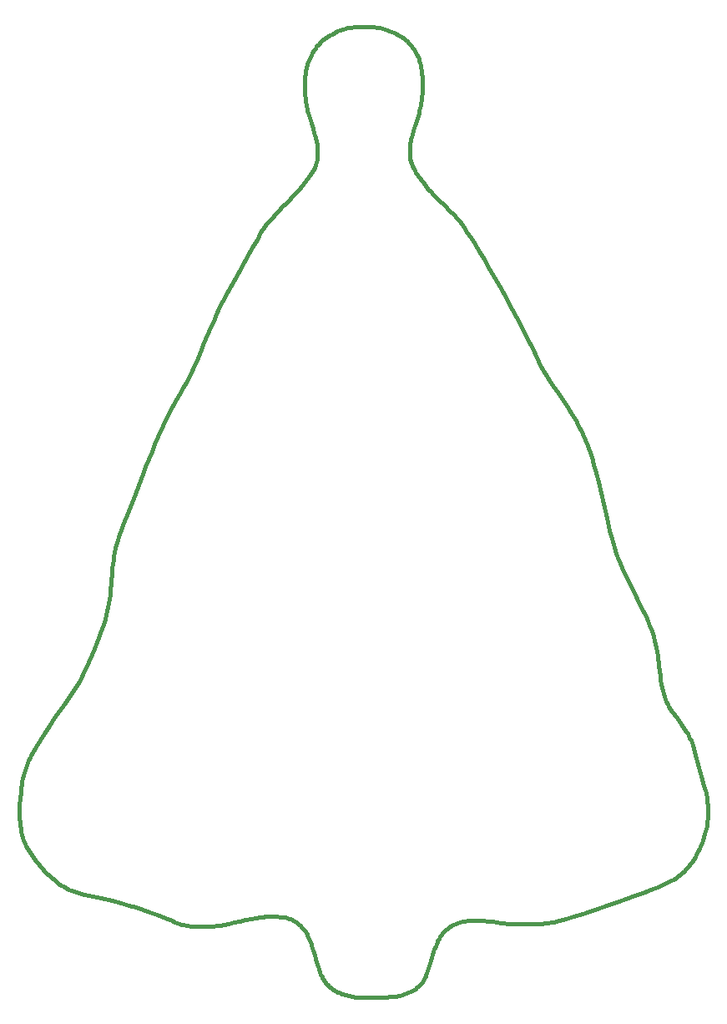
<source format=gbr>
G04 #@! TF.GenerationSoftware,KiCad,Pcbnew,8.0.7-8.0.7-0~ubuntu24.04.1*
G04 #@! TF.CreationDate,2025-01-03T20:46:55-06:00*
G04 #@! TF.ProjectId,christmas-tree,63687269-7374-46d6-9173-2d747265652e,rev?*
G04 #@! TF.SameCoordinates,Original*
G04 #@! TF.FileFunction,Profile,NP*
%FSLAX46Y46*%
G04 Gerber Fmt 4.6, Leading zero omitted, Abs format (unit mm)*
G04 Created by KiCad (PCBNEW 8.0.7-8.0.7-0~ubuntu24.04.1) date 2025-01-03 20:46:55*
%MOMM*%
%LPD*%
G01*
G04 APERTURE LIST*
G04 #@! TA.AperFunction,Profile*
%ADD10C,0.396874*%
G04 #@! TD*
G04 APERTURE END LIST*
D10*
X159731985Y-47540660D02*
X159989186Y-47549323D01*
X160240167Y-47563562D01*
X160481906Y-47583372D01*
X160711381Y-47608751D01*
X160925569Y-47639693D01*
X161121448Y-47676197D01*
X161295994Y-47718259D01*
X161809586Y-47875727D01*
X162052687Y-47962840D01*
X162286736Y-48055646D01*
X162511791Y-48154223D01*
X162727912Y-48258653D01*
X162935157Y-48369013D01*
X163133584Y-48485385D01*
X163323253Y-48607848D01*
X163504223Y-48736481D01*
X163676552Y-48871364D01*
X163840298Y-49012577D01*
X163995522Y-49160200D01*
X164142280Y-49314311D01*
X164280633Y-49474992D01*
X164410638Y-49642320D01*
X164532356Y-49816377D01*
X164645843Y-49997242D01*
X164751160Y-50184994D01*
X164848364Y-50379714D01*
X164937515Y-50581480D01*
X165018671Y-50790373D01*
X165091891Y-51006471D01*
X165157235Y-51229856D01*
X165214759Y-51460606D01*
X165264524Y-51698802D01*
X165306588Y-51944522D01*
X165341010Y-52197847D01*
X165387162Y-52727629D01*
X165403450Y-53288784D01*
X165397492Y-53820601D01*
X165388178Y-54068322D01*
X165373965Y-54307680D01*
X165354344Y-54541499D01*
X165328809Y-54772602D01*
X165296851Y-55003811D01*
X165257965Y-55237948D01*
X165211642Y-55477836D01*
X165157375Y-55726299D01*
X165094656Y-55986157D01*
X165022979Y-56260235D01*
X164850719Y-56862339D01*
X164636536Y-57555190D01*
X164482149Y-58047200D01*
X164362715Y-58445131D01*
X164273738Y-58771801D01*
X164239267Y-58915544D01*
X164210725Y-59050029D01*
X164187549Y-59178108D01*
X164169180Y-59302633D01*
X164155054Y-59426456D01*
X164144609Y-59552430D01*
X164132518Y-59822239D01*
X164128412Y-60134878D01*
X164128065Y-60459034D01*
X164129781Y-60594552D01*
X164133524Y-60715742D01*
X164139867Y-60825135D01*
X164149384Y-60925265D01*
X164162651Y-61018666D01*
X164180241Y-61107869D01*
X164202729Y-61195409D01*
X164230689Y-61283817D01*
X164264696Y-61375628D01*
X164305324Y-61473374D01*
X164353147Y-61579588D01*
X164408740Y-61696803D01*
X164545532Y-61974369D01*
X164640327Y-62156311D01*
X164745182Y-62341121D01*
X164860804Y-62529643D01*
X164987897Y-62722719D01*
X165127164Y-62921190D01*
X165279312Y-63125900D01*
X165445045Y-63337689D01*
X165625068Y-63557401D01*
X165820084Y-63785877D01*
X166030800Y-64023960D01*
X166257920Y-64272492D01*
X166502148Y-64532315D01*
X166764190Y-64804271D01*
X167044750Y-65089202D01*
X167664242Y-65701360D01*
X168140312Y-66171807D01*
X168599625Y-66638359D01*
X168989863Y-67047111D01*
X169142729Y-67212968D01*
X169258707Y-67344160D01*
X169318231Y-67420362D01*
X169400471Y-67535780D01*
X169627236Y-67874822D01*
X169927283Y-68342405D01*
X170288888Y-68919649D01*
X170700332Y-69587671D01*
X171149893Y-70327591D01*
X171625849Y-71120526D01*
X172116480Y-71947596D01*
X173342761Y-74052898D01*
X173855116Y-74956986D01*
X174319700Y-75797680D01*
X174751077Y-76601719D01*
X175163812Y-77395838D01*
X175572470Y-78206774D01*
X175991615Y-79061264D01*
X176535439Y-80178321D01*
X176979273Y-81074534D01*
X177353561Y-81803944D01*
X177688750Y-82420591D01*
X178015283Y-82978514D01*
X178363605Y-83531754D01*
X178764161Y-84134351D01*
X179247396Y-84840344D01*
X180186578Y-86230801D01*
X180585251Y-86853259D01*
X180943900Y-87445813D01*
X181267966Y-88022421D01*
X181562890Y-88597039D01*
X181834114Y-89183626D01*
X182087078Y-89796138D01*
X182327223Y-90448534D01*
X182559992Y-91154770D01*
X182790824Y-91928803D01*
X183025161Y-92784592D01*
X183268444Y-93736093D01*
X183526114Y-94797264D01*
X184106380Y-97304445D01*
X184404496Y-98569541D01*
X184692317Y-99707337D01*
X184941421Y-100609839D01*
X185042573Y-100939106D01*
X185123388Y-101169052D01*
X185217097Y-101391839D01*
X185358872Y-101709485D01*
X185758665Y-102570139D01*
X186266850Y-103632583D01*
X186827511Y-104778387D01*
X187519403Y-106186167D01*
X188054409Y-107312937D01*
X188270917Y-107794231D01*
X188457610Y-108233218D01*
X188617622Y-108639215D01*
X188754089Y-109021535D01*
X188870147Y-109389495D01*
X188968930Y-109752409D01*
X189053574Y-110119594D01*
X189127214Y-110500364D01*
X189192986Y-110904034D01*
X189254025Y-111339921D01*
X189374445Y-112345604D01*
X189494532Y-113336343D01*
X189554900Y-113763893D01*
X189617739Y-114152780D01*
X189684739Y-114507919D01*
X189757592Y-114834221D01*
X189837987Y-115136602D01*
X189927617Y-115419973D01*
X190028172Y-115689247D01*
X190141342Y-115949339D01*
X190268819Y-116205161D01*
X190412293Y-116461627D01*
X190573455Y-116723649D01*
X190753997Y-116996141D01*
X191179979Y-117592188D01*
X191648852Y-118232161D01*
X191842926Y-118504950D01*
X192014036Y-118754812D01*
X192165140Y-118988149D01*
X192299196Y-119211364D01*
X192419162Y-119430860D01*
X192527997Y-119653039D01*
X192628659Y-119884305D01*
X192724106Y-120131060D01*
X192817295Y-120399708D01*
X192911185Y-120696650D01*
X193008735Y-121028290D01*
X193112902Y-121401030D01*
X193352920Y-122295423D01*
X193769727Y-123835529D01*
X193953204Y-124493735D01*
X194087906Y-124960764D01*
X194145712Y-125174687D01*
X194196399Y-125404308D01*
X194239937Y-125647451D01*
X194276299Y-125901939D01*
X194305454Y-126165594D01*
X194327375Y-126436242D01*
X194342031Y-126711704D01*
X194349394Y-126989805D01*
X194349435Y-127268368D01*
X194342126Y-127545216D01*
X194327436Y-127818173D01*
X194305338Y-128085062D01*
X194275802Y-128343707D01*
X194238799Y-128591931D01*
X194194300Y-128827558D01*
X194142277Y-129048410D01*
X194055313Y-129360053D01*
X193958533Y-129670088D01*
X193852600Y-129977282D01*
X193738174Y-130280403D01*
X193615915Y-130578218D01*
X193486484Y-130869493D01*
X193350543Y-131152996D01*
X193208752Y-131427493D01*
X193061772Y-131691752D01*
X192910265Y-131944540D01*
X192754890Y-132184624D01*
X192596309Y-132410770D01*
X192435182Y-132621746D01*
X192272172Y-132816319D01*
X192107937Y-132993256D01*
X191943140Y-133151323D01*
X191742589Y-133326122D01*
X191538252Y-133492056D01*
X191325756Y-133651192D01*
X191100729Y-133805600D01*
X190858797Y-133957349D01*
X190595586Y-134108507D01*
X190306725Y-134261144D01*
X189987839Y-134417328D01*
X189634556Y-134579128D01*
X189242501Y-134748612D01*
X188807304Y-134927850D01*
X188324589Y-135118911D01*
X187789984Y-135323863D01*
X187199115Y-135544774D01*
X185831097Y-136042753D01*
X183604903Y-136821944D01*
X181629373Y-137470936D01*
X180757372Y-137739738D01*
X179974152Y-137967749D01*
X179288421Y-138152221D01*
X178708883Y-138290407D01*
X178444763Y-138341810D01*
X178157200Y-138386190D01*
X177847622Y-138423552D01*
X177517455Y-138453899D01*
X177168127Y-138477237D01*
X176801066Y-138493568D01*
X176019452Y-138505228D01*
X175184030Y-138488913D01*
X174306221Y-138444655D01*
X173397442Y-138372489D01*
X172469112Y-138272446D01*
X171974880Y-138213989D01*
X171557104Y-138169131D01*
X171203534Y-138137286D01*
X170901919Y-138117867D01*
X170640007Y-138110285D01*
X170405548Y-138113954D01*
X170186289Y-138128286D01*
X169969980Y-138152695D01*
X169712963Y-138193854D01*
X169463609Y-138247508D01*
X169222231Y-138313445D01*
X168989141Y-138391454D01*
X168764651Y-138481323D01*
X168549075Y-138582842D01*
X168342725Y-138695798D01*
X168145914Y-138819981D01*
X167958954Y-138955179D01*
X167782157Y-139101181D01*
X167615838Y-139257775D01*
X167460308Y-139424750D01*
X167315880Y-139601896D01*
X167182866Y-139789000D01*
X167061580Y-139985851D01*
X166952333Y-140192238D01*
X166884585Y-140342225D01*
X166805656Y-140536195D01*
X166718400Y-140766037D01*
X166625668Y-141023640D01*
X166530311Y-141300896D01*
X166435182Y-141589695D01*
X166343132Y-141881926D01*
X166257013Y-142169479D01*
X166172832Y-142452714D01*
X166086331Y-142732565D01*
X165916221Y-143253152D01*
X165837538Y-143479403D01*
X165766386Y-143673304D01*
X165705230Y-143827612D01*
X165656530Y-143935085D01*
X165566207Y-144100598D01*
X165467878Y-144258534D01*
X165361300Y-144409070D01*
X165246231Y-144552382D01*
X165122426Y-144688644D01*
X164989644Y-144818033D01*
X164847642Y-144940724D01*
X164696175Y-145056892D01*
X164535002Y-145166714D01*
X164363879Y-145270365D01*
X164182563Y-145368021D01*
X163990811Y-145459857D01*
X163788380Y-145546048D01*
X163575028Y-145626771D01*
X163350511Y-145702201D01*
X163114586Y-145772514D01*
X162961501Y-145807104D01*
X162762064Y-145839013D01*
X162248877Y-145894073D01*
X161624519Y-145936262D01*
X160938486Y-145964148D01*
X160240271Y-145976301D01*
X159579369Y-145971288D01*
X159005275Y-145947679D01*
X158766247Y-145928453D01*
X158567482Y-145904041D01*
X158567476Y-145904041D01*
X158390367Y-145874803D01*
X158214900Y-145841702D01*
X158041605Y-145804927D01*
X157871014Y-145764665D01*
X157703660Y-145721105D01*
X157540073Y-145674433D01*
X157380786Y-145624838D01*
X157226330Y-145572507D01*
X157077237Y-145517628D01*
X156934039Y-145460389D01*
X156797267Y-145400978D01*
X156667454Y-145339582D01*
X156545129Y-145276388D01*
X156430827Y-145211586D01*
X156325077Y-145145362D01*
X156228413Y-145077904D01*
X156073119Y-144957381D01*
X155999517Y-144895565D01*
X155928401Y-144832284D01*
X155859613Y-144767217D01*
X155792996Y-144700044D01*
X155728393Y-144630443D01*
X155665647Y-144558094D01*
X155604599Y-144482676D01*
X155545092Y-144403868D01*
X155486969Y-144321350D01*
X155430072Y-144234799D01*
X155374245Y-144143896D01*
X155319329Y-144048319D01*
X155265166Y-143947748D01*
X155211600Y-143841862D01*
X155158473Y-143730339D01*
X155105628Y-143612860D01*
X155000152Y-143358746D01*
X154893913Y-143076954D01*
X154785650Y-142764917D01*
X154674105Y-142420067D01*
X154558016Y-142039837D01*
X154436126Y-141621661D01*
X154307173Y-141162971D01*
X154241856Y-140934021D01*
X154176321Y-140718422D01*
X154110175Y-140515424D01*
X154043027Y-140324271D01*
X153974487Y-140144213D01*
X153904161Y-139974495D01*
X153831661Y-139814365D01*
X153756593Y-139663071D01*
X153678566Y-139519858D01*
X153597189Y-139383975D01*
X153512071Y-139254669D01*
X153422821Y-139131186D01*
X153329047Y-139012774D01*
X153230357Y-138898680D01*
X153126360Y-138788150D01*
X153016665Y-138680433D01*
X152872802Y-138549143D01*
X152730800Y-138429753D01*
X152589223Y-138321797D01*
X152446636Y-138224810D01*
X152301601Y-138138329D01*
X152152682Y-138061887D01*
X151998443Y-137995020D01*
X151837448Y-137937263D01*
X151668260Y-137888151D01*
X151489442Y-137847220D01*
X151299559Y-137814003D01*
X151097174Y-137788037D01*
X150880850Y-137768857D01*
X150649151Y-137755997D01*
X150400642Y-137748993D01*
X150133884Y-137747379D01*
X149766455Y-137751715D01*
X149437193Y-137764503D01*
X149279044Y-137775202D01*
X149121038Y-137789378D01*
X148960044Y-137807484D01*
X148792927Y-137829975D01*
X148616556Y-137857306D01*
X148427796Y-137889930D01*
X148000585Y-137972878D01*
X147486229Y-138082453D01*
X146859667Y-138222292D01*
X146244762Y-138359217D01*
X145728825Y-138468443D01*
X145288204Y-138553494D01*
X144899247Y-138617889D01*
X144538301Y-138665152D01*
X144181715Y-138698804D01*
X143805836Y-138722368D01*
X143387012Y-138739364D01*
X142803029Y-138751765D01*
X142542566Y-138750407D01*
X142298324Y-138743048D01*
X142066706Y-138728964D01*
X141844115Y-138707435D01*
X141626952Y-138677739D01*
X141411620Y-138639153D01*
X141194522Y-138590955D01*
X140972059Y-138532424D01*
X140740634Y-138462837D01*
X140496649Y-138381473D01*
X140236507Y-138287609D01*
X139956610Y-138180524D01*
X139323160Y-137923801D01*
X138500105Y-137587828D01*
X137754680Y-137298526D01*
X137049526Y-137044199D01*
X136347281Y-136813148D01*
X135610588Y-136593677D01*
X134802085Y-136374090D01*
X133884414Y-136142689D01*
X132820215Y-135887777D01*
X131124213Y-135482151D01*
X130555132Y-135335955D01*
X130122596Y-135212252D01*
X129789553Y-135099605D01*
X129518953Y-134986574D01*
X129273744Y-134861721D01*
X129016876Y-134713608D01*
X128772035Y-134561301D01*
X128526326Y-134395298D01*
X128280618Y-134216483D01*
X128035785Y-134025739D01*
X127792697Y-133823952D01*
X127552226Y-133612004D01*
X127315243Y-133390781D01*
X127082619Y-133161166D01*
X126855226Y-132924043D01*
X126633936Y-132680298D01*
X126419620Y-132430813D01*
X126213148Y-132176473D01*
X126015394Y-131918163D01*
X125827227Y-131656766D01*
X125649521Y-131393166D01*
X125483145Y-131128248D01*
X125332873Y-130866559D01*
X125195755Y-130599829D01*
X125071638Y-130327187D01*
X124960373Y-130047759D01*
X124861810Y-129760672D01*
X124775797Y-129465052D01*
X124702184Y-129160027D01*
X124640821Y-128844723D01*
X124591557Y-128518268D01*
X124554242Y-128179788D01*
X124528725Y-127828409D01*
X124514855Y-127463260D01*
X124512483Y-127083466D01*
X124521457Y-126688154D01*
X124541627Y-126276452D01*
X124572843Y-125847486D01*
X124649111Y-125056594D01*
X124692383Y-124697109D01*
X124739912Y-124358551D01*
X124792323Y-124038632D01*
X124850238Y-123735066D01*
X124914283Y-123445567D01*
X124985080Y-123167848D01*
X125063254Y-122899622D01*
X125149429Y-122638604D01*
X125244228Y-122382506D01*
X125348276Y-122129042D01*
X125462196Y-121875925D01*
X125586613Y-121620870D01*
X125722150Y-121361589D01*
X125869431Y-121095796D01*
X126187656Y-120557034D01*
X126594640Y-119900046D01*
X127064243Y-119164424D01*
X127570325Y-118389762D01*
X128086748Y-117615654D01*
X128587372Y-116881691D01*
X129046056Y-116227468D01*
X129436662Y-115692577D01*
X129605093Y-115463875D01*
X129770816Y-115228630D01*
X129934277Y-114986001D01*
X130095926Y-114735151D01*
X130256208Y-114475238D01*
X130415573Y-114205425D01*
X130574467Y-113924870D01*
X130733339Y-113632737D01*
X131052803Y-113010371D01*
X131377547Y-112331614D01*
X131711150Y-111589749D01*
X132057195Y-110778061D01*
X132476829Y-109740937D01*
X132825010Y-108809269D01*
X132974562Y-108374091D01*
X133108959Y-107954609D01*
X133229102Y-107547266D01*
X133335896Y-107148508D01*
X133430241Y-106754777D01*
X133513041Y-106362518D01*
X133585198Y-105968175D01*
X133647615Y-105568192D01*
X133701194Y-105159013D01*
X133746838Y-104737082D01*
X133817931Y-103840738D01*
X133890823Y-102862732D01*
X133934068Y-102417377D01*
X133983478Y-101994296D01*
X134040274Y-101588367D01*
X134105681Y-101194473D01*
X134180922Y-100807493D01*
X134267220Y-100422307D01*
X134365799Y-100033797D01*
X134477882Y-99636842D01*
X134604692Y-99226322D01*
X134747452Y-98797120D01*
X135085718Y-97862185D01*
X135502467Y-96791080D01*
X136161375Y-95103142D01*
X136937888Y-93072374D01*
X137382605Y-91929673D01*
X137852897Y-90783830D01*
X138342111Y-89649210D01*
X138843598Y-88540176D01*
X139350707Y-87471089D01*
X139856786Y-86456313D01*
X140355186Y-85510211D01*
X140839256Y-84647145D01*
X141139709Y-84121465D01*
X141414531Y-83619170D01*
X141676522Y-83113305D01*
X141938482Y-82576915D01*
X142213210Y-81983043D01*
X142513506Y-81304736D01*
X142852169Y-80515037D01*
X143241998Y-79586991D01*
X143916077Y-78002406D01*
X144219008Y-77316774D01*
X144503607Y-76692756D01*
X144773180Y-76123232D01*
X145031033Y-75601083D01*
X145280472Y-75119188D01*
X145524802Y-74670429D01*
X146520509Y-72873021D01*
X147629574Y-70850509D01*
X148127595Y-69948160D01*
X148604063Y-69104878D01*
X149004947Y-68415076D01*
X149160162Y-68157233D01*
X149276218Y-67973165D01*
X149332340Y-67892537D01*
X149405635Y-67794872D01*
X149599043Y-67553735D01*
X149847035Y-67260355D01*
X150140205Y-66925333D01*
X150469145Y-66559270D01*
X150824449Y-66172767D01*
X151196710Y-65776425D01*
X151576521Y-65380846D01*
X152465340Y-64448586D01*
X152842906Y-64036404D01*
X153178830Y-63655465D01*
X153475299Y-63302227D01*
X153734503Y-62973146D01*
X153958631Y-62664681D01*
X154149873Y-62373289D01*
X154310417Y-62095428D01*
X154442453Y-61827554D01*
X154548169Y-61566126D01*
X154629756Y-61307602D01*
X154689401Y-61048438D01*
X154729294Y-60785093D01*
X154751625Y-60514023D01*
X154758582Y-60231687D01*
X154757018Y-60085445D01*
X154752062Y-59942611D01*
X154743320Y-59801420D01*
X154730398Y-59660110D01*
X154712902Y-59516917D01*
X154690436Y-59370079D01*
X154662606Y-59217833D01*
X154629018Y-59058415D01*
X154589278Y-58890061D01*
X154542990Y-58711010D01*
X154489762Y-58519498D01*
X154429197Y-58313761D01*
X154284482Y-57852561D01*
X154105691Y-57313307D01*
X153939241Y-56796883D01*
X153800776Y-56312745D01*
X153741481Y-56079498D01*
X153688512Y-55850380D01*
X153641647Y-55624076D01*
X153600663Y-55399272D01*
X153565336Y-55174653D01*
X153535444Y-54948905D01*
X153510763Y-54720714D01*
X153491069Y-54488765D01*
X153476141Y-54251745D01*
X153465754Y-54008338D01*
X153457712Y-53497107D01*
X153464702Y-53007012D01*
X153473939Y-52783343D01*
X153487447Y-52571798D01*
X153505559Y-52370784D01*
X153528607Y-52178704D01*
X153556923Y-51993963D01*
X153590842Y-51814967D01*
X153630694Y-51640120D01*
X153676813Y-51467826D01*
X153729531Y-51296492D01*
X153789180Y-51124520D01*
X153856094Y-50950317D01*
X153930605Y-50772287D01*
X154013046Y-50588834D01*
X154103748Y-50398364D01*
X154227505Y-50164238D01*
X154366556Y-49937168D01*
X154520396Y-49717536D01*
X154688518Y-49505729D01*
X154870419Y-49302129D01*
X155065591Y-49107121D01*
X155273530Y-48921090D01*
X155493730Y-48744418D01*
X155725685Y-48577492D01*
X155968891Y-48420693D01*
X156222841Y-48274408D01*
X156487030Y-48139020D01*
X156760952Y-48014912D01*
X157044102Y-47902470D01*
X157335975Y-47802078D01*
X157636065Y-47714119D01*
X157813217Y-47672455D01*
X158011354Y-47636396D01*
X158227453Y-47605940D01*
X158458492Y-47581083D01*
X158701447Y-47561821D01*
X158953297Y-47548151D01*
X159211018Y-47540070D01*
X159471589Y-47537574D01*
X159731985Y-47540660D01*
M02*

</source>
